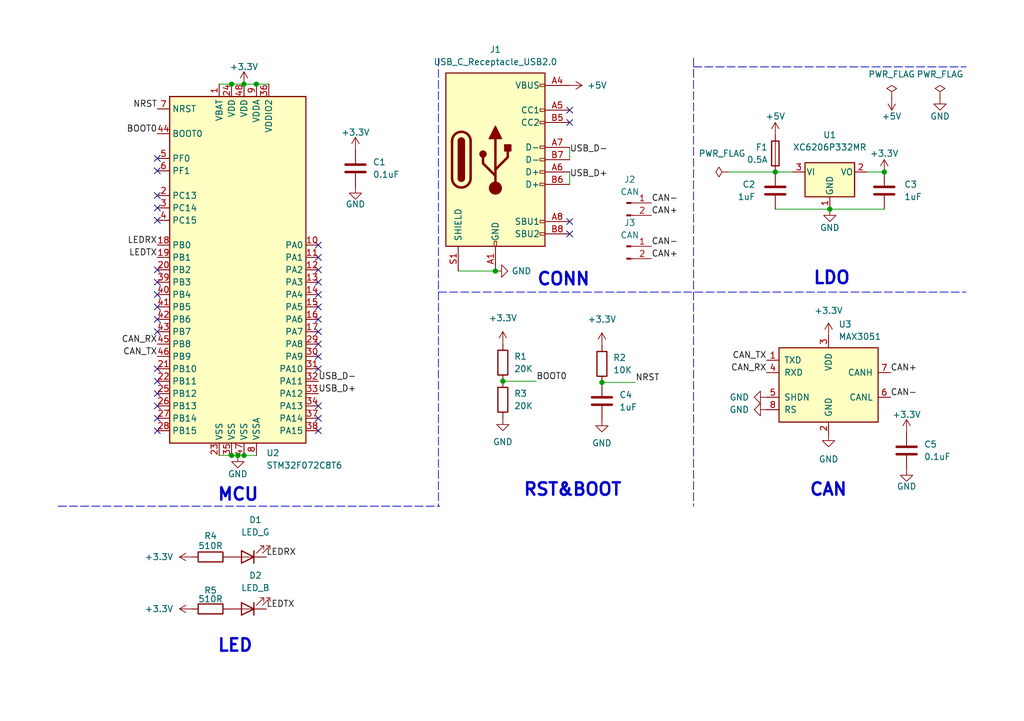
<source format=kicad_sch>
(kicad_sch (version 20211123) (generator eeschema)
  (paper "A5")
  (title_block (title "usb2can") (date "2022-11-01") (rev "1.0") (company "myaki@GMaster"))
  (lib_symbols
    (symbol "Connector:Conn_01x02_Male" (pin_names (offset 1.016) hide)
      (property "Reference" "J" (at 0 2.54 0))
      (property "Value" "Conn_01x02_Male" (at 0 -5.08 0))
      (symbol "Conn_01x02_Male_1_1"
        (polyline (pts (xy 1.27 -2.54) (xy 0.8636 -2.54)) (stroke (width 0.1524)))
        (polyline (pts (xy 1.27 0) (xy 0.8636 0)) (stroke (width 0.1524)))
        (rectangle (start 0.8636 -2.413) (end 0 -2.667) (stroke (width 0.1524)) (fill (type outline)))
        (rectangle (start 0.8636 0.127) (end 0 -0.127) (stroke (width 0.1524)) (fill (type outline)))
        (pin passive line (at 5.08 0 180) (length 3.81) (name "Pin_1") (number "1"))
        (pin passive line (at 5.08 -2.54 180) (length 3.81) (name "Pin_2") (number "2"))
      )
    )
    (symbol "Connector:USB_C_Receptacle_USB2.0" (pin_names (offset 1.016))
      (property "Reference" "J" (at -10.16 19.05 0))
      (property "Value" "USB_C_Receptacle_USB2.0" (at 19.05 19.05 0))
      (symbol "USB_C_Receptacle_USB2.0_0_0"
        (rectangle (start -0.254 -17.78) (end 0.254 -16.764))
        (rectangle (start 10.16 -14.986) (end 9.144 -15.494))
        (rectangle (start 10.16 -12.446) (end 9.144 -12.954))
        (rectangle (start 10.16 -4.826) (end 9.144 -5.334))
        (rectangle (start 10.16 -2.286) (end 9.144 -2.794))
        (rectangle (start 10.16 0.254) (end 9.144 -0.254))
        (rectangle (start 10.16 2.794) (end 9.144 2.286))
        (rectangle (start 10.16 7.874) (end 9.144 7.366))
        (rectangle (start 10.16 10.414) (end 9.144 9.906))
        (rectangle (start 10.16 15.494) (end 9.144 14.986))
      )
      (symbol "USB_C_Receptacle_USB2.0_0_1"
        (rectangle (start -10.16 17.78) (end 10.16 -17.78) (stroke (width 0.254)) (fill (type background)))
        (arc (start -8.89 -3.81) (mid -6.985 -5.715) (end -5.08 -3.81) (stroke (width 0.508)))
        (arc (start -7.62 -3.81) (mid -6.985 -4.445) (end -6.35 -3.81) (stroke (width 0.254)))
        (arc (start -7.62 -3.81) (mid -6.985 -4.445) (end -6.35 -3.81) (stroke (width 0.254)) (fill (type outline)))
        (rectangle (start -7.62 -3.81) (end -6.35 3.81) (stroke (width 0.254)) (fill (type outline)))
        (arc (start -6.35 3.81) (mid -6.985 4.445) (end -7.62 3.81) (stroke (width 0.254)))
        (arc (start -6.35 3.81) (mid -6.985 4.445) (end -7.62 3.81) (stroke (width 0.254)) (fill (type outline)))
        (arc (start -5.08 3.81) (mid -6.985 5.715) (end -8.89 3.81) (stroke (width 0.508)))
        (circle (center -2.54 1.143) (radius 0.635) (stroke (width 0.254)) (fill (type outline)))
        (circle (center 0 -5.842) (radius 1.27) (fill (type outline)))
        (polyline (pts (xy -8.89 -3.81) (xy -8.89 3.81)) (stroke (width 0.508)))
        (polyline (pts (xy -5.08 3.81) (xy -5.08 -3.81)) (stroke (width 0.508)))
        (polyline (pts (xy 0 -5.842) (xy 0 4.318)) (stroke (width 0.508)))
        (polyline (pts (xy 0 -3.302) (xy -2.54 -0.762) (xy -2.54 0.508)) (stroke (width 0.508)))
        (polyline (pts (xy 0 -2.032) (xy 2.54 0.508) (xy 2.54 1.778)) (stroke (width 0.508)))
        (polyline (pts (xy -1.27 4.318) (xy 0 6.858) (xy 1.27 4.318) (xy -1.27 4.318)) (stroke (width 0.254)) (fill (type outline)))
        (rectangle (start 1.905 1.778) (end 3.175 3.048) (stroke (width 0.254)) (fill (type outline)))
      )
      (symbol "USB_C_Receptacle_USB2.0_1_1"
        (pin passive line (at 0 -22.86 90) (length 5.08) (name "GND") (number "A1"))
        (pin passive line (at 0 -22.86 90) (length 5.08) hide (name "GND") (number "A12"))
        (pin passive line (at 15.24 15.24 180) (length 5.08) (name "VBUS") (number "A4"))
        (pin bidirectional line (at 15.24 10.16 180) (length 5.08) (name "CC1") (number "A5"))
        (pin bidirectional line (at 15.24 -2.54 180) (length 5.08) (name "D+") (number "A6"))
        (pin bidirectional line (at 15.24 2.54 180) (length 5.08) (name "D-") (number "A7"))
        (pin bidirectional line (at 15.24 -12.7 180) (length 5.08) (name "SBU1") (number "A8"))
        (pin passive line (at 15.24 15.24 180) (length 5.08) hide (name "VBUS") (number "A9"))
        (pin passive line (at 0 -22.86 90) (length 5.08) hide (name "GND") (number "B1"))
        (pin passive line (at 0 -22.86 90) (length 5.08) hide (name "GND") (number "B12"))
        (pin passive line (at 15.24 15.24 180) (length 5.08) hide (name "VBUS") (number "B4"))
        (pin bidirectional line (at 15.24 7.62 180) (length 5.08) (name "CC2") (number "B5"))
        (pin bidirectional line (at 15.24 -5.08 180) (length 5.08) (name "D+") (number "B6"))
        (pin bidirectional line (at 15.24 0 180) (length 5.08) (name "D-") (number "B7"))
        (pin bidirectional line (at 15.24 -15.24 180) (length 5.08) (name "SBU2") (number "B8"))
        (pin passive line (at 15.24 15.24 180) (length 5.08) hide (name "VBUS") (number "B9"))
        (pin passive line (at -7.62 -22.86 90) (length 5.08) (name "SHIELD") (number "S1"))
      )
    )
    (symbol "Device:C" (pin_numbers hide) (pin_names (offset 0.254))
      (property "Reference" "C" (at 0.635 2.54 0))
      (property "Value" "C" (at 0.635 -2.54 0))
      (symbol "C_0_1"
        (polyline (pts (xy -2.032 -0.762) (xy 2.032 -0.762)) (stroke (width 0.508)))
        (polyline (pts (xy -2.032 0.762) (xy 2.032 0.762)) (stroke (width 0.508)))
      )
      (symbol "C_1_1"
        (pin passive line (at 0 3.81 270) (length 2.794) (name "~") (number "1"))
        (pin passive line (at 0 -3.81 90) (length 2.794) (name "~") (number "2"))
      )
    )
    (symbol "Device:Fuse" (pin_numbers hide) (pin_names (offset 0))
      (property "Reference" "F" (at 2.032 0 90))
      (property "Value" "Fuse" (at -1.905 0 90))
      (symbol "Fuse_0_1"
        (rectangle (start -0.762 -2.54) (end 0.762 2.54) (stroke (width 0.254)))
        (polyline (pts (xy 0 2.54) (xy 0 -2.54)))
      )
      (symbol "Fuse_1_1"
        (pin passive line (at 0 3.81 270) (length 1.27) (name "~") (number "1"))
        (pin passive line (at 0 -3.81 90) (length 1.27) (name "~") (number "2"))
      )
    )
    (symbol "Device:LED" (pin_numbers hide) (pin_names (offset 1.016) hide)
      (property "Reference" "D" (at 0 2.54 0))
      (property "Value" "LED" (at 0 -2.54 0))
      (symbol "LED_0_1"
        (polyline (pts (xy -1.27 -1.27) (xy -1.27 1.27)) (stroke (width 0.254)))
        (polyline (pts (xy -1.27 0) (xy 1.27 0)))
        (polyline (pts (xy 1.27 -1.27) (xy 1.27 1.27) (xy -1.27 0) (xy 1.27 -1.27)) (stroke (width 0.254)))
        (polyline (pts (xy -3.048 -0.762) (xy -4.572 -2.286) (xy -3.81 -2.286) (xy -4.572 -2.286) (xy -4.572 -1.524)))
        (polyline (pts (xy -1.778 -0.762) (xy -3.302 -2.286) (xy -2.54 -2.286) (xy -3.302 -2.286) (xy -3.302 -1.524)))
      )
      (symbol "LED_1_1"
        (pin passive line (at -3.81 0 0) (length 2.54) (name "K") (number "1"))
        (pin passive line (at 3.81 0 180) (length 2.54) (name "A") (number "2"))
      )
    )
    (symbol "Device:R" (pin_numbers hide) (pin_names (offset 0))
      (property "Reference" "R" (at 2.032 0 90))
      (property "Value" "R" (at 0 0 90))
      (symbol "R_0_1"
        (rectangle (start -1.016 -2.54) (end 1.016 2.54) (stroke (width 0.254)))
      )
      (symbol "R_1_1"
        (pin passive line (at 0 3.81 270) (length 1.27) (name "~") (number "1"))
        (pin passive line (at 0 -3.81 90) (length 1.27) (name "~") (number "2"))
      )
    )
    (symbol "Interface_UART:MAX3051" (pin_names (offset 1.016))
      (property "Reference" "U" (at -10.16 8.89 0))
      (property "Value" "MAX3051" (at 2.54 8.89 0))
      (symbol "MAX3051_0_1"
        (rectangle (start -10.16 7.62) (end 10.16 -7.62) (stroke (width 0.254)) (fill (type background)))
      )
      (symbol "MAX3051_1_1"
        (pin input line (at -12.7 5.08 0) (length 2.54) (name "TXD") (number "1"))
        (pin power_in line (at 0 -10.16 90) (length 2.54) (name "GND") (number "2"))
        (pin power_in line (at 0 10.16 270) (length 2.54) (name "VDD") (number "3"))
        (pin output line (at -12.7 2.54 0) (length 2.54) (name "RXD") (number "4"))
        (pin input line (at -12.7 -2.54 0) (length 2.54) (name "SHDN") (number "5"))
        (pin bidirectional line (at 12.7 -2.54 180) (length 2.54) (name "CANL") (number "6"))
        (pin bidirectional line (at 12.7 2.54 180) (length 2.54) (name "CANH") (number "7"))
        (pin input line (at -12.7 -5.08 0) (length 2.54) (name "RS") (number "8"))
      )
    )
    (symbol "MCU_ST_STM32F0:STM32F072C8Tx"
      (property "Reference" "U" (at -15.24 36.83 0))
      (property "Value" "STM32F072C8Tx" (at 7.62 36.83 0))
      (symbol "STM32F072C8Tx_0_1"
        (rectangle (start -15.24 -35.56) (end 12.7 35.56) (stroke (width 0.254)) (fill (type background)))
      )
      (symbol "STM32F072C8Tx_1_1"
        (pin power_in line (at -5.08 38.1 270) (length 2.54) (name "VBAT") (number "1"))
        (pin bidirectional line (at 15.24 5.08 180) (length 2.54) (name "PA0") (number "10"))
        (pin bidirectional line (at 15.24 2.54 180) (length 2.54) (name "PA1") (number "11"))
        (pin bidirectional line (at 15.24 0 180) (length 2.54) (name "PA2") (number "12"))
        (pin bidirectional line (at 15.24 -2.54 180) (length 2.54) (name "PA3") (number "13"))
        (pin bidirectional line (at 15.24 -5.08 180) (length 2.54) (name "PA4") (number "14"))
        (pin bidirectional line (at 15.24 -7.62 180) (length 2.54) (name "PA5") (number "15"))
        (pin bidirectional line (at 15.24 -10.16 180) (length 2.54) (name "PA6") (number "16"))
        (pin bidirectional line (at 15.24 -12.7 180) (length 2.54) (name "PA7") (number "17"))
        (pin bidirectional line (at -17.78 5.08 0) (length 2.54) (name "PB0") (number "18"))
        (pin bidirectional line (at -17.78 2.54 0) (length 2.54) (name "PB1") (number "19"))
        (pin bidirectional line (at -17.78 15.24 0) (length 2.54) (name "PC13") (number "2"))
        (pin bidirectional line (at -17.78 0 0) (length 2.54) (name "PB2") (number "20"))
        (pin bidirectional line (at -17.78 -20.32 0) (length 2.54) (name "PB10") (number "21"))
        (pin bidirectional line (at -17.78 -22.86 0) (length 2.54) (name "PB11") (number "22"))
        (pin power_in line (at -5.08 -38.1 90) (length 2.54) (name "VSS") (number "23"))
        (pin power_in line (at -2.54 38.1 270) (length 2.54) (name "VDD") (number "24"))
        (pin bidirectional line (at -17.78 -25.4 0) (length 2.54) (name "PB12") (number "25"))
        (pin bidirectional line (at -17.78 -27.94 0) (length 2.54) (name "PB13") (number "26"))
        (pin bidirectional line (at -17.78 -30.48 0) (length 2.54) (name "PB14") (number "27"))
        (pin bidirectional line (at -17.78 -33.02 0) (length 2.54) (name "PB15") (number "28"))
        (pin bidirectional line (at 15.24 -15.24 180) (length 2.54) (name "PA8") (number "29"))
        (pin bidirectional line (at -17.78 12.7 0) (length 2.54) (name "PC14") (number "3"))
        (pin bidirectional line (at 15.24 -17.78 180) (length 2.54) (name "PA9") (number "30"))
        (pin bidirectional line (at 15.24 -20.32 180) (length 2.54) (name "PA10") (number "31"))
        (pin bidirectional line (at 15.24 -22.86 180) (length 2.54) (name "PA11") (number "32"))
        (pin bidirectional line (at 15.24 -25.4 180) (length 2.54) (name "PA12") (number "33"))
        (pin bidirectional line (at 15.24 -27.94 180) (length 2.54) (name "PA13") (number "34"))
        (pin power_in line (at -2.54 -38.1 90) (length 2.54) (name "VSS") (number "35"))
        (pin power_in line (at 5.08 38.1 270) (length 2.54) (name "VDDIO2") (number "36"))
        (pin bidirectional line (at 15.24 -30.48 180) (length 2.54) (name "PA14") (number "37"))
        (pin bidirectional line (at 15.24 -33.02 180) (length 2.54) (name "PA15") (number "38"))
        (pin bidirectional line (at -17.78 -2.54 0) (length 2.54) (name "PB3") (number "39"))
        (pin bidirectional line (at -17.78 10.16 0) (length 2.54) (name "PC15") (number "4"))
        (pin bidirectional line (at -17.78 -5.08 0) (length 2.54) (name "PB4") (number "40"))
        (pin bidirectional line (at -17.78 -7.62 0) (length 2.54) (name "PB5") (number "41"))
        (pin bidirectional line (at -17.78 -10.16 0) (length 2.54) (name "PB6") (number "42"))
        (pin bidirectional line (at -17.78 -12.7 0) (length 2.54) (name "PB7") (number "43"))
        (pin input line (at -17.78 27.94 0) (length 2.54) (name "BOOT0") (number "44"))
        (pin bidirectional line (at -17.78 -15.24 0) (length 2.54) (name "PB8") (number "45"))
        (pin bidirectional line (at -17.78 -17.78 0) (length 2.54) (name "PB9") (number "46"))
        (pin power_in line (at 0 -38.1 90) (length 2.54) (name "VSS") (number "47"))
        (pin power_in line (at 0 38.1 270) (length 2.54) (name "VDD") (number "48"))
        (pin input line (at -17.78 22.86 0) (length 2.54) (name "PF0") (number "5"))
        (pin input line (at -17.78 20.32 0) (length 2.54) (name "PF1") (number "6"))
        (pin input line (at -17.78 33.02 0) (length 2.54) (name "NRST") (number "7"))
        (pin power_in line (at 2.54 -38.1 90) (length 2.54) (name "VSSA") (number "8"))
        (pin power_in line (at 2.54 38.1 270) (length 2.54) (name "VDDA") (number "9"))
      )
    )
    (symbol "Regulator_Linear:XC6206PxxxMR" (pin_names (offset 0.254))
      (property "Reference" "U" (at -3.81 3.175 0))
      (property "Value" "XC6206PxxxMR" (at 0 3.175 0))
      (symbol "XC6206PxxxMR_0_1"
        (rectangle (start -5.08 1.905) (end 5.08 -5.08) (stroke (width 0.254)) (fill (type background)))
      )
      (symbol "XC6206PxxxMR_1_1"
        (pin power_in line (at 0 -7.62 90) (length 2.54) (name "GND") (number "1"))
        (pin power_out line (at 7.62 0 180) (length 2.54) (name "VO") (number "2"))
        (pin power_in line (at -7.62 0 0) (length 2.54) (name "VI") (number "3"))
      )
    )
    (symbol "power:+3.3V" (power) (pin_names (offset 0))
      (property "Value" "+3.3V" (at 0 3.556 0))
      (symbol "+3.3V_0_1"
        (polyline (pts (xy -0.762 1.27) (xy 0 2.54)))
        (polyline (pts (xy 0 0) (xy 0 2.54)))
        (polyline (pts (xy 0 2.54) (xy 0.762 1.27)))
      )
      (symbol "+3.3V_1_1"
        (pin power_in line (at 0 0 90) (length 0) hide (name "+3.3V") (number "1"))
      )
    )
    (symbol "power:+5V" (power) (pin_names (offset 0))
      (property "Value" "+5V" (at 0 3.556 0))
      (symbol "+5V_0_1"
        (polyline (pts (xy -0.762 1.27) (xy 0 2.54)))
        (polyline (pts (xy 0 0) (xy 0 2.54)))
        (polyline (pts (xy 0 2.54) (xy 0.762 1.27)))
      )
      (symbol "+5V_1_1"
        (pin power_in line (at 0 0 90) (length 0) hide (name "+5V") (number "1"))
      )
    )
    (symbol "power:GND" (power) (pin_names (offset 0))
      (property "Value" "GND" (at 0 -3.81 0))
      (symbol "GND_0_1"
        (polyline (pts (xy 0 0) (xy 0 -1.27) (xy 1.27 -1.27) (xy 0 -2.54) (xy -1.27 -1.27) (xy 0 -1.27)))
      )
      (symbol "GND_1_1"
        (pin power_in line (at 0 0 270) (length 0) hide (name "GND") (number "1"))
      )
    )
    (symbol "power:PWR_FLAG" (power) (pin_numbers hide) (pin_names (offset 0) hide)
      (property "Value" "PWR_FLAG" (at 0 3.81 0))
      (symbol "PWR_FLAG_0_0"
        (pin power_out line (at 0 0 90) (length 0) (name "pwr") (number "1"))
      )
      (symbol "PWR_FLAG_0_1"
        (polyline (pts (xy 0 0) (xy 0 1.27) (xy -1.016 1.905) (xy 0 2.54) (xy 1.016 1.905) (xy 0 1.27)))
      )
    )
  )
  (junction (at 181.356 35.306))
  (junction (at 159.004 35.306))
  (junction (at 52.578 17.272))
  (junction (at 48.768 93.472))
  (junction (at 170.18 42.926))
  (junction (at 50.038 93.472))
  (junction (at 47.498 17.272))
  (junction (at 47.498 93.472))
  (junction (at 103.124 78.232))
  (junction (at 101.6 55.626))
  (junction (at 123.444 78.486))
  (junction (at 50.038 17.272))
  (no_connect (at 32.258 80.772))
  (no_connect (at 32.258 83.312))
  (no_connect (at 32.258 85.852))
  (no_connect (at 32.258 88.392))
  (no_connect (at 32.258 55.372))
  (no_connect (at 32.258 57.912))
  (no_connect (at 32.258 60.452))
  (no_connect (at 32.258 62.992))
  (no_connect (at 32.258 65.532))
  (no_connect (at 32.258 68.072))
  (no_connect (at 32.258 75.692))
  (no_connect (at 32.258 78.232))
  (no_connect (at 65.278 60.452))
  (no_connect (at 65.278 57.912))
  (no_connect (at 65.278 55.372))
  (no_connect (at 65.278 52.832))
  (no_connect (at 65.278 50.292))
  (no_connect (at 65.278 73.152))
  (no_connect (at 65.278 70.612))
  (no_connect (at 65.278 68.072))
  (no_connect (at 65.278 65.532))
  (no_connect (at 65.278 62.992))
  (no_connect (at 65.278 88.392))
  (no_connect (at 65.278 75.692))
  (no_connect (at 65.278 83.312))
  (no_connect (at 65.278 85.852))
  (no_connect (at 116.84 25.146))
  (no_connect (at 32.258 40.132))
  (no_connect (at 32.258 42.672))
  (no_connect (at 32.258 45.212))
  (no_connect (at 116.84 22.606))
  (no_connect (at 32.258 32.512))
  (no_connect (at 32.258 35.052))
  (no_connect (at 116.84 45.466))
  (no_connect (at 116.84 48.006))
  (wire (pts (xy 50.038 93.472) (xy 52.578 93.472)))
  (wire (pts (xy 116.84 30.226) (xy 116.84 32.766)))
  (wire (pts (xy 47.498 17.272) (xy 50.038 17.272)))
  (polyline (pts (xy 142.24 13.716) (xy 198.12 13.716)))
  (wire (pts (xy 48.768 93.472) (xy 50.038 93.472)))
  (wire (pts (xy 123.444 78.486) (xy 130.302 78.486)))
  (wire (pts (xy 177.8 35.306) (xy 181.356 35.306)))
  (wire (pts (xy 47.498 93.472) (xy 48.768 93.472)))
  (wire (pts (xy 170.18 42.926) (xy 181.356 42.926)))
  (wire (pts (xy 50.038 17.272) (xy 52.578 17.272)))
  (wire (pts (xy 149.352 35.306) (xy 159.004 35.306)))
  (wire (pts (xy 159.004 35.306) (xy 162.56 35.306)))
  (wire (pts (xy 44.958 17.272) (xy 47.498 17.272)))
  (polyline (pts (xy 11.938 103.886) (xy 90.17 103.886)))
  (polyline (pts (xy 89.916 11.938) (xy 89.916 103.886)))
  (wire (pts (xy 116.84 35.306) (xy 116.84 37.846)))
  (wire (pts (xy 103.124 78.232) (xy 109.982 78.232)))
  (wire (pts (xy 93.98 55.626) (xy 101.6 55.626)))
  (wire (pts (xy 44.958 93.472) (xy 47.498 93.472)))
  (wire (pts (xy 52.578 17.272) (xy 55.118 17.272)))
  (polyline (pts (xy 89.916 59.944) (xy 198.12 59.944)))
  (polyline (pts (xy 142.24 11.938) (xy 142.24 103.886)))
  (wire (pts (xy 159.004 42.926) (xy 170.18 42.926)))
  (text "LED" (at 44.45 134.112 0) (effects (font (size 2.54 2.54) (thickness 0.508) bold) (justify left bottom)))
  (text "RST&BOOT" (at 107.188 102.108 0) (effects (font (size 2.54 2.54) (thickness 0.508) bold) (justify left bottom)))
  (text "CONN" (at 109.982 58.928 0) (effects (font (size 2.54 2.54) (thickness 0.508) bold) (justify left bottom)))
  (text "CAN" (at 165.862 102.108 0) (effects (font (size 2.54 2.54) (thickness 0.508) bold) (justify left bottom)))
  (text "LDO" (at 166.624 58.674 0) (effects (font (size 2.54 2.54) (thickness 0.508) bold) (justify left bottom)))
  (text "MCU" (at 44.45 103.124 0) (effects (font (size 2.54 2.54) (thickness 0.508) bold) (justify left bottom)))
  (label "CAN-" (at 182.626 81.534 0))
  (label "LEDTX" (at 54.61 124.968 0))
  (label "NRST" (at 32.258 22.352 180))
  (label "CAN+" (at 182.626 76.454 0))
  (label "USB_D+" (at 65.278 80.772 0))
  (label "CAN_RX" (at 32.258 70.612 180))
  (label "USB_D-" (at 116.84 31.496 0))
  (label "USB_D-" (at 65.278 78.232 0))
  (label "CAN_RX" (at 157.226 76.454 180))
  (label "CAN-" (at 133.604 41.656 0))
  (label "CAN_TX" (at 32.258 73.152 180))
  (label "CAN_TX" (at 157.226 73.914 180))
  (label "BOOT0" (at 109.982 78.232 0))
  (label "LEDRX" (at 32.258 50.292 180))
  (label "LEDRX" (at 54.61 114.3 0))
  (label "CAN+" (at 133.604 44.196 0))
  (label "NRST" (at 130.302 78.486 0))
  (label "USB_D+" (at 116.84 36.576 0))
  (label "LEDTX" (at 32.258 52.832 180))
  (label "CAN-" (at 133.604 50.546 0))
  (label "BOOT0" (at 32.258 27.432 180))
  (label "CAN+" (at 133.604 53.086 0))
  (symbol (lib_id "Interface_UART:MAX3051") (at 169.926 78.994 0) (unit 1)
    (property "Reference" "U3" (at 171.9454 66.548 0) (effects (justify left)))
    (property "Value" "MAX3051" (at 171.9454 69.088 0) (effects (justify left)))
    (property "Footprint" "Package_TO_SOT_SMD:SOT-23-8" (effects hide))
    (property "Datasheet" "http://datasheets.maximintegrated.com/en/ds/MAX3051.pdf" (effects hide))
  )
  (symbol (lib_id "Connector:Conn_01x02_Male") (at 128.524 41.656 0) (unit 1)
    (property "Reference" "J2" (at 129.159 36.83 0))
    (property "Value" "CAN" (at 129.159 39.37 0))
    (property "Footprint" "Connector_JST:JST_GH_SM02B-GHS-TB_1x02-1MP_P1.25mm_Horizontal" (effects hide))
  )
  (symbol (lib_id "power:+3.3V") (at 39.37 124.968 90) (unit 1)
    (property "Reference" "#PWR023" (effects hide))
    (property "Value" "+3.3V" (at 35.56 124.9679 90) (effects (justify left)))
  )
  (symbol (lib_id "power:GND") (at 157.226 81.534 270) (unit 1)
    (property "Reference" "#PWR014" (effects hide))
    (property "Value" "GND" (at 153.67 81.5339 90) (effects (justify right)))
  )
  (symbol (lib_id "power:GND") (at 48.768 93.472 0) (unit 1)
    (property "Reference" "#PWR020" (effects hide))
    (property "Value" "GND" (at 48.768 97.282 0))
  )
  (symbol (lib_id "Device:C") (at 181.356 39.116 0) (mirror y) (unit 1)
    (property "Reference" "C3" (at 185.42 37.8459 0) (effects (justify right)))
    (property "Value" "1uF" (at 185.42 40.3859 0) (effects (justify right)))
    (property "Footprint" "Capacitor_SMD:C_0402_1005Metric" (effects hide))
  )
  (symbol (lib_id "power:+3.3V") (at 185.928 88.646 0) (unit 1)
    (property "Reference" "#PWR018" (effects hide))
    (property "Value" "+3.3V" (at 185.928 85.09 0))
  )
  (symbol (lib_id "power:GND") (at 123.444 86.106 0) (unit 1)
    (property "Reference" "#PWR017" (effects hide))
    (property "Value" "GND" (at 123.444 90.932 0))
  )
  (symbol (lib_id "Connector:Conn_01x02_Male") (at 128.524 50.546 0) (unit 1)
    (property "Reference" "J3" (at 129.159 45.72 0))
    (property "Value" "CAN" (at 129.159 48.26 0))
    (property "Footprint" "Connector_JST:JST_GH_SM02B-GHS-TB_1x02-1MP_P1.25mm_Horizontal" (effects hide))
  )
  (symbol (lib_id "power:GND") (at 185.928 96.266 0) (unit 1)
    (property "Reference" "#PWR021" (effects hide))
    (property "Value" "GND" (at 185.928 99.822 0))
  )
  (symbol (lib_id "power:+5V") (at 182.88 20.066 180) (unit 1)
    (property "Reference" "#PWR03" (effects hide))
    (property "Value" "+5V" (at 184.912 23.876 0) (effects (justify left)))
  )
  (symbol (lib_id "Device:Fuse") (at 159.004 31.496 0) (mirror x) (unit 1)
    (property "Reference" "F1" (at 157.48 30.2259 0) (effects (justify right)))
    (property "Value" "0.5A" (at 157.48 32.7659 0) (effects (justify right)))
    (property "Footprint" "Fuse:Fuse_0603_1608Metric" (effects hide))
  )
  (symbol (lib_id "Device:R") (at 123.444 74.676 0) (unit 1)
    (property "Reference" "R2" (at 125.73 73.4059 0) (effects (justify left)))
    (property "Value" "10K" (at 125.73 75.9459 0) (effects (justify left)))
    (property "Footprint" "Resistor_SMD:R_0402_1005Metric" (effects hide))
  )
  (symbol (lib_id "Device:LED") (at 50.8 124.968 180) (unit 1)
    (property "Reference" "D2" (at 52.3875 118.11 0))
    (property "Value" "LED_B" (at 52.3875 120.65 0))
    (property "Footprint" "Diode_SMD:D_0402_1005Metric" (effects hide))
  )
  (symbol (lib_id "Device:R") (at 103.124 74.422 0) (unit 1)
    (property "Reference" "R1" (at 105.41 73.1519 0) (effects (justify left)))
    (property "Value" "20K" (at 105.41 75.6919 0) (effects (justify left)))
    (property "Footprint" "Resistor_SMD:R_0402_1005Metric" (effects hide))
  )
  (symbol (lib_id "power:GND") (at 157.226 84.074 270) (unit 1)
    (property "Reference" "#PWR015" (effects hide))
    (property "Value" "GND" (at 153.6701 84.0739 90) (effects (justify right)))
  )
  (symbol (lib_id "MCU_ST_STM32F0:STM32F072C8Tx") (at 50.038 55.372 0) (unit 1)
    (property "Reference" "U2" (at 54.5974 92.964 0) (effects (justify left)))
    (property "Value" "STM32F072C8T6" (at 54.5974 95.504 0) (effects (justify left)))
    (property "Footprint" "Package_QFP:LQFP-48_7x7mm_P0.5mm" (effects hide))
    (property "Datasheet" "http://www.st.com/st-web-ui/static/active/en/resource/technical/document/datasheet/DM00090510.pdf" (effects hide))
  )
  (symbol (lib_id "power:+3.3V") (at 39.37 114.3 90) (unit 1)
    (property "Reference" "#PWR022" (effects hide))
    (property "Value" "+3.3V" (at 35.56 114.2999 90) (effects (justify left)))
  )
  (symbol (lib_id "power:+3.3V") (at 169.926 68.834 0) (unit 1)
    (property "Reference" "#PWR011" (effects hide))
    (property "Value" "+3.3V" (at 169.926 63.754 0))
  )
  (symbol (lib_id "Regulator_Linear:XC6206PxxxMR") (at 170.18 35.306 0) (unit 1)
    (property "Reference" "U1" (at 170.18 27.686 0))
    (property "Value" "XC6206P332MR" (at 170.18 30.226 0))
    (property "Footprint" "Package_TO_SOT_SMD:SOT-23" (effects hide))
    (property "Datasheet" "https://www.torexsemi.com/file/xc6206/XC6206.pdf" (effects hide))
  )
  (symbol (lib_id "power:+3.3V") (at 103.124 70.612 0) (unit 1)
    (property "Reference" "#PWR012" (effects hide))
    (property "Value" "+3.3V" (at 103.124 65.278 0))
  )
  (symbol (lib_id "power:+3.3V") (at 181.356 35.306 0) (unit 1)
    (property "Reference" "#PWR07" (effects hide))
    (property "Value" "+3.3V" (at 181.356 31.496 0))
  )
  (symbol (lib_id "power:GND") (at 170.18 42.926 0) (unit 1)
    (property "Reference" "#PWR09" (effects hide))
    (property "Value" "GND" (at 170.18 46.736 0))
  )
  (symbol (lib_id "power:+5V") (at 159.004 27.686 0) (unit 1)
    (property "Reference" "#PWR05" (effects hide))
    (property "Value" "+5V" (at 156.972 23.876 0) (effects (justify left)))
  )
  (symbol (lib_id "Device:R") (at 103.124 82.042 0) (unit 1)
    (property "Reference" "R3" (at 105.41 80.7719 0) (effects (justify left)))
    (property "Value" "20K" (at 105.41 83.3119 0) (effects (justify left)))
    (property "Footprint" "Resistor_SMD:R_0402_1005Metric" (effects hide))
  )
  (symbol (lib_id "Device:LED") (at 50.8 114.3 180) (unit 1)
    (property "Reference" "D1" (at 52.3875 106.68 0))
    (property "Value" "LED_G" (at 52.3875 109.22 0))
    (property "Footprint" "Diode_SMD:D_0402_1005Metric" (effects hide))
  )
  (symbol (lib_id "power:+5V") (at 116.84 17.526 270) (unit 1)
    (property "Reference" "#PWR02" (effects hide))
    (property "Value" "+5V" (at 120.396 17.526 90) (effects (justify left)))
  )
  (symbol (lib_id "power:PWR_FLAG") (at 192.786 20.066 0) (unit 1)
    (property "Reference" "#FLG02" (effects hide))
    (property "Value" "PWR_FLAG" (at 192.786 15.24 0))
  )
  (symbol (lib_id "power:GND") (at 169.926 89.154 0) (unit 1)
    (property "Reference" "#PWR019" (effects hide))
    (property "Value" "GND" (at 169.926 94.234 0))
  )
  (symbol (lib_id "Device:C") (at 159.004 39.116 0) (mirror x) (unit 1)
    (property "Reference" "C2" (at 154.94 37.8459 0) (effects (justify right)))
    (property "Value" "1uF" (at 154.94 40.3859 0) (effects (justify right)))
    (property "Footprint" "Capacitor_SMD:C_0402_1005Metric" (effects hide))
  )
  (symbol (lib_id "Device:R") (at 43.18 124.968 90) (unit 1)
    (property "Reference" "R5" (at 43.18 121.158 90))
    (property "Value" "510R" (at 43.18 122.936 90))
    (property "Footprint" "Resistor_SMD:R_0402_1005Metric" (effects hide))
  )
  (symbol (lib_id "power:+3.3V") (at 123.444 70.866 0) (unit 1)
    (property "Reference" "#PWR013" (effects hide))
    (property "Value" "+3.3V" (at 123.444 65.532 0))
  )
  (symbol (lib_id "power:PWR_FLAG") (at 182.88 20.066 0) (unit 1)
    (property "Reference" "#FLG01" (effects hide))
    (property "Value" "PWR_FLAG" (at 182.88 15.24 0))
  )
  (symbol (lib_id "power:+3.3V") (at 72.898 30.734 0) (unit 1)
    (property "Reference" "#PWR06" (effects hide))
    (property "Value" "+3.3V" (at 72.898 27.178 0))
  )
  (symbol (lib_id "power:PWR_FLAG") (at 149.352 35.306 90) (unit 1)
    (property "Reference" "#FLG03" (effects hide))
    (property "Value" "PWR_FLAG" (at 148.082 31.496 90))
  )
  (symbol (lib_id "Device:R") (at 43.18 114.3 90) (unit 1)
    (property "Reference" "R4" (at 43.18 109.982 90))
    (property "Value" "510R" (at 43.18 112.014 90))
    (property "Footprint" "Resistor_SMD:R_0402_1005Metric" (effects hide))
  )
  (symbol (lib_id "Device:C") (at 72.898 34.544 0) (unit 1)
    (property "Reference" "C1" (at 76.454 33.2739 0) (effects (justify left)))
    (property "Value" "0.1uF" (at 76.454 35.8139 0) (effects (justify left)))
    (property "Footprint" "Capacitor_SMD:C_0402_1005Metric" (effects hide))
  )
  (symbol (lib_id "power:GND") (at 101.6 55.626 90) (unit 1)
    (property "Reference" "#PWR010" (effects hide))
    (property "Value" "GND" (at 104.902 55.6259 90) (effects (justify right)))
  )
  (symbol (lib_id "power:GND") (at 72.898 38.354 0) (unit 1)
    (property "Reference" "#PWR08" (effects hide))
    (property "Value" "GND" (at 72.898 41.91 0))
  )
  (symbol (lib_id "power:GND") (at 103.124 85.852 0) (unit 1)
    (property "Reference" "#PWR016" (effects hide))
    (property "Value" "GND" (at 103.124 90.678 0))
  )
  (symbol (lib_id "Device:C") (at 123.444 82.296 0) (unit 1)
    (property "Reference" "C4" (at 127 81.0259 0) (effects (justify left)))
    (property "Value" "1uF" (at 127 83.5659 0) (effects (justify left)))
    (property "Footprint" "Capacitor_SMD:C_0402_1005Metric" (effects hide))
  )
  (symbol (lib_id "power:+3.3V") (at 50.038 17.272 0) (unit 1)
    (property "Reference" "#PWR01" (effects hide))
    (property "Value" "+3.3V" (at 50.038 13.716 0))
  )
  (symbol (lib_id "Connector:USB_C_Receptacle_USB2.0") (at 101.6 32.766 0) (unit 1)
    (property "Reference" "J1" (at 101.6 10.16 0))
    (property "Value" "USB_C_Receptacle_USB2.0" (at 101.6 12.7 0))
    (property "Footprint" "Connector_USB:USB_C_Receptacle_Palconn_UTC16-G" (effects hide))
    (property "Datasheet" "https://www.usb.org/sites/default/files/documents/usb_type-c.zip" (effects hide))
  )
  (symbol (lib_id "power:GND") (at 192.786 20.066 0) (unit 1)
    (property "Reference" "#PWR04" (effects hide))
    (property "Value" "GND" (at 192.786 23.876 0))
  )
  (symbol (lib_id "Device:C") (at 185.928 92.456 0) (unit 1)
    (property "Reference" "C5" (at 189.484 91.1859 0) (effects (justify left)))
    (property "Value" "0.1uF" (at 189.484 93.7259 0) (effects (justify left)))
    (property "Footprint" "Capacitor_SMD:C_0402_1005Metric" (effects hide))
  )
)
</source>
